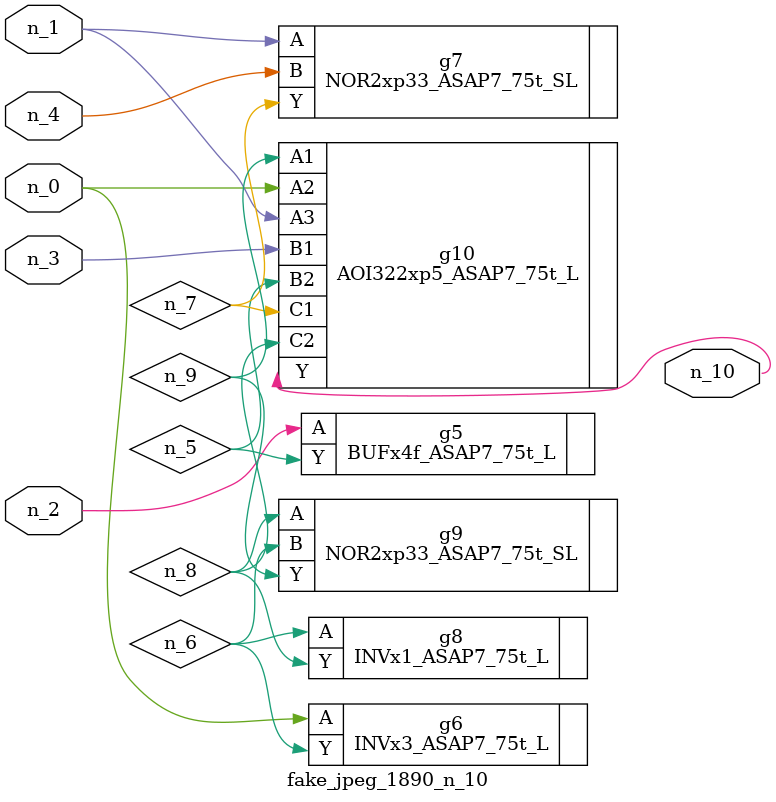
<source format=v>
module fake_jpeg_1890_n_10 (n_3, n_2, n_1, n_0, n_4, n_10);

input n_3;
input n_2;
input n_1;
input n_0;
input n_4;

output n_10;

wire n_8;
wire n_9;
wire n_6;
wire n_5;
wire n_7;

BUFx4f_ASAP7_75t_L g5 ( 
.A(n_2),
.Y(n_5)
);

INVx3_ASAP7_75t_L g6 ( 
.A(n_0),
.Y(n_6)
);

NOR2xp33_ASAP7_75t_SL g7 ( 
.A(n_1),
.B(n_4),
.Y(n_7)
);

INVx1_ASAP7_75t_L g8 ( 
.A(n_6),
.Y(n_8)
);

NOR2xp33_ASAP7_75t_SL g9 ( 
.A(n_8),
.B(n_6),
.Y(n_9)
);

AOI322xp5_ASAP7_75t_L g10 ( 
.A1(n_9),
.A2(n_0),
.A3(n_1),
.B1(n_3),
.B2(n_5),
.C1(n_7),
.C2(n_8),
.Y(n_10)
);


endmodule
</source>
